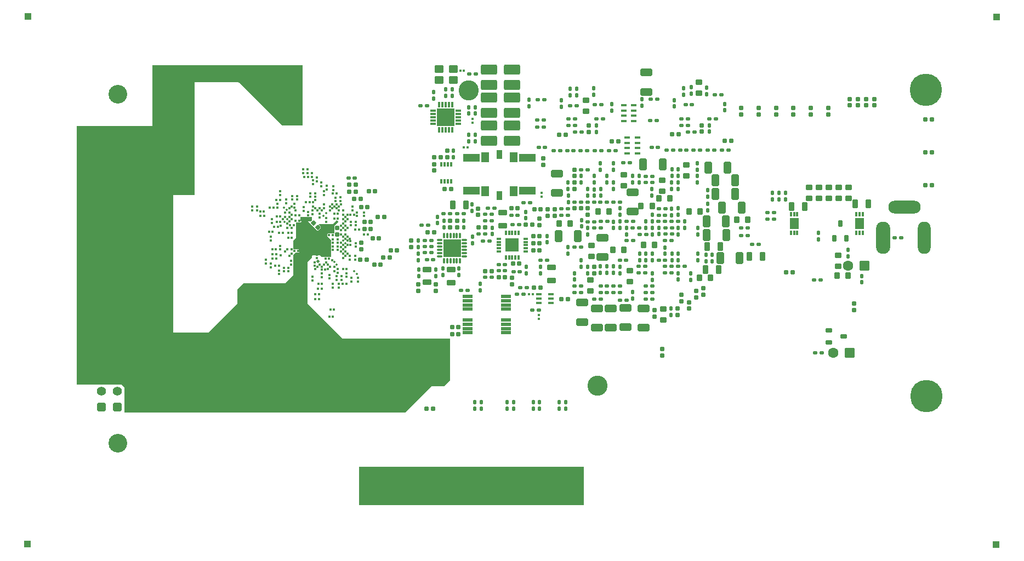
<source format=gbs>
G04 Layer_Color=16711935*
%FSLAX44Y44*%
%MOMM*%
G71*
G01*
G75*
G04:AMPARAMS|DCode=18|XSize=0.6mm|YSize=0.6mm|CornerRadius=0.06mm|HoleSize=0mm|Usage=FLASHONLY|Rotation=0.000|XOffset=0mm|YOffset=0mm|HoleType=Round|Shape=RoundedRectangle|*
%AMROUNDEDRECTD18*
21,1,0.6000,0.4800,0,0,0.0*
21,1,0.4800,0.6000,0,0,0.0*
1,1,0.1200,0.2400,-0.2400*
1,1,0.1200,-0.2400,-0.2400*
1,1,0.1200,-0.2400,0.2400*
1,1,0.1200,0.2400,0.2400*
%
%ADD18ROUNDEDRECTD18*%
G04:AMPARAMS|DCode=19|XSize=0.5mm|YSize=0.6mm|CornerRadius=0.05mm|HoleSize=0mm|Usage=FLASHONLY|Rotation=0.000|XOffset=0mm|YOffset=0mm|HoleType=Round|Shape=RoundedRectangle|*
%AMROUNDEDRECTD19*
21,1,0.5000,0.5000,0,0,0.0*
21,1,0.4000,0.6000,0,0,0.0*
1,1,0.1000,0.2000,-0.2500*
1,1,0.1000,-0.2000,-0.2500*
1,1,0.1000,-0.2000,0.2500*
1,1,0.1000,0.2000,0.2500*
%
%ADD19ROUNDEDRECTD19*%
G04:AMPARAMS|DCode=20|XSize=0.6mm|YSize=0.6mm|CornerRadius=0.06mm|HoleSize=0mm|Usage=FLASHONLY|Rotation=270.000|XOffset=0mm|YOffset=0mm|HoleType=Round|Shape=RoundedRectangle|*
%AMROUNDEDRECTD20*
21,1,0.6000,0.4800,0,0,270.0*
21,1,0.4800,0.6000,0,0,270.0*
1,1,0.1200,-0.2400,-0.2400*
1,1,0.1200,-0.2400,0.2400*
1,1,0.1200,0.2400,0.2400*
1,1,0.1200,0.2400,-0.2400*
%
%ADD20ROUNDEDRECTD20*%
%ADD23R,0.9500X0.4000*%
%ADD27C,0.4500*%
G04:AMPARAMS|DCode=29|XSize=0.5mm|YSize=0.6mm|CornerRadius=0.05mm|HoleSize=0mm|Usage=FLASHONLY|Rotation=90.000|XOffset=0mm|YOffset=0mm|HoleType=Round|Shape=RoundedRectangle|*
%AMROUNDEDRECTD29*
21,1,0.5000,0.5000,0,0,90.0*
21,1,0.4000,0.6000,0,0,90.0*
1,1,0.1000,0.2500,0.2000*
1,1,0.1000,0.2500,-0.2000*
1,1,0.1000,-0.2500,-0.2000*
1,1,0.1000,-0.2500,0.2000*
%
%ADD29ROUNDEDRECTD29*%
G04:AMPARAMS|DCode=30|XSize=1.3mm|YSize=0.8mm|CornerRadius=0.1mm|HoleSize=0mm|Usage=FLASHONLY|Rotation=90.000|XOffset=0mm|YOffset=0mm|HoleType=Round|Shape=RoundedRectangle|*
%AMROUNDEDRECTD30*
21,1,1.3000,0.6000,0,0,90.0*
21,1,1.1000,0.8000,0,0,90.0*
1,1,0.2000,0.3000,0.5500*
1,1,0.2000,0.3000,-0.5500*
1,1,0.2000,-0.3000,-0.5500*
1,1,0.2000,-0.3000,0.5500*
%
%ADD30ROUNDEDRECTD30*%
G04:AMPARAMS|DCode=37|XSize=1.8mm|YSize=1.15mm|CornerRadius=0.1437mm|HoleSize=0mm|Usage=FLASHONLY|Rotation=0.000|XOffset=0mm|YOffset=0mm|HoleType=Round|Shape=RoundedRectangle|*
%AMROUNDEDRECTD37*
21,1,1.8000,0.8625,0,0,0.0*
21,1,1.5125,1.1500,0,0,0.0*
1,1,0.2875,0.7562,-0.4313*
1,1,0.2875,-0.7562,-0.4313*
1,1,0.2875,-0.7562,0.4313*
1,1,0.2875,0.7562,0.4313*
%
%ADD37ROUNDEDRECTD37*%
G04:AMPARAMS|DCode=38|XSize=1.8mm|YSize=1.15mm|CornerRadius=0.1437mm|HoleSize=0mm|Usage=FLASHONLY|Rotation=270.000|XOffset=0mm|YOffset=0mm|HoleType=Round|Shape=RoundedRectangle|*
%AMROUNDEDRECTD38*
21,1,1.8000,0.8625,0,0,270.0*
21,1,1.5125,1.1500,0,0,270.0*
1,1,0.2875,-0.4313,-0.7562*
1,1,0.2875,-0.4313,0.7562*
1,1,0.2875,0.4313,0.7562*
1,1,0.2875,0.4313,-0.7562*
%
%ADD38ROUNDEDRECTD38*%
G04:AMPARAMS|DCode=44|XSize=1mm|YSize=0.9mm|CornerRadius=0.1125mm|HoleSize=0mm|Usage=FLASHONLY|Rotation=0.000|XOffset=0mm|YOffset=0mm|HoleType=Round|Shape=RoundedRectangle|*
%AMROUNDEDRECTD44*
21,1,1.0000,0.6750,0,0,0.0*
21,1,0.7750,0.9000,0,0,0.0*
1,1,0.2250,0.3875,-0.3375*
1,1,0.2250,-0.3875,-0.3375*
1,1,0.2250,-0.3875,0.3375*
1,1,0.2250,0.3875,0.3375*
%
%ADD44ROUNDEDRECTD44*%
G04:AMPARAMS|DCode=45|XSize=1mm|YSize=0.9mm|CornerRadius=0.1125mm|HoleSize=0mm|Usage=FLASHONLY|Rotation=270.000|XOffset=0mm|YOffset=0mm|HoleType=Round|Shape=RoundedRectangle|*
%AMROUNDEDRECTD45*
21,1,1.0000,0.6750,0,0,270.0*
21,1,0.7750,0.9000,0,0,270.0*
1,1,0.2250,-0.3375,-0.3875*
1,1,0.2250,-0.3375,0.3875*
1,1,0.2250,0.3375,0.3875*
1,1,0.2250,0.3375,-0.3875*
%
%ADD45ROUNDEDRECTD45*%
G04:AMPARAMS|DCode=46|XSize=1.3mm|YSize=0.8mm|CornerRadius=0.1mm|HoleSize=0mm|Usage=FLASHONLY|Rotation=180.000|XOffset=0mm|YOffset=0mm|HoleType=Round|Shape=RoundedRectangle|*
%AMROUNDEDRECTD46*
21,1,1.3000,0.6000,0,0,180.0*
21,1,1.1000,0.8000,0,0,180.0*
1,1,0.2000,-0.5500,0.3000*
1,1,0.2000,0.5500,0.3000*
1,1,0.2000,0.5500,-0.3000*
1,1,0.2000,-0.5500,-0.3000*
%
%ADD46ROUNDEDRECTD46*%
%ADD74R,0.9960X0.9960*%
G04:AMPARAMS|DCode=78|XSize=0.6mm|YSize=0.6mm|CornerRadius=0.06mm|HoleSize=0mm|Usage=FLASHONLY|Rotation=45.000|XOffset=0mm|YOffset=0mm|HoleType=Round|Shape=RoundedRectangle|*
%AMROUNDEDRECTD78*
21,1,0.6000,0.4800,0,0,45.0*
21,1,0.4800,0.6000,0,0,45.0*
1,1,0.1200,0.3394,0.0000*
1,1,0.1200,0.0000,-0.3394*
1,1,0.1200,-0.3394,0.0000*
1,1,0.1200,0.0000,0.3394*
%
%ADD78ROUNDEDRECTD78*%
%ADD90R,0.9960X0.9960*%
%ADD91R,0.7000X4.2000*%
%ADD92R,0.7000X3.2000*%
%ADD93C,0.5000*%
%ADD107C,3.1000*%
%ADD108C,5.0000*%
G04:AMPARAMS|DCode=110|XSize=1.524mm|YSize=1.524mm|CornerRadius=0.1905mm|HoleSize=0mm|Usage=FLASHONLY|Rotation=270.000|XOffset=0mm|YOffset=0mm|HoleType=Round|Shape=RoundedRectangle|*
%AMROUNDEDRECTD110*
21,1,1.5240,1.1430,0,0,270.0*
21,1,1.1430,1.5240,0,0,270.0*
1,1,0.3810,-0.5715,-0.5715*
1,1,0.3810,-0.5715,0.5715*
1,1,0.3810,0.5715,0.5715*
1,1,0.3810,0.5715,-0.5715*
%
%ADD110ROUNDEDRECTD110*%
%ADD111C,1.6000*%
%ADD112O,5.0000X2.0000*%
%ADD113O,2.2000X5.0000*%
%ADD114O,2.0000X5.0000*%
%ADD115C,1.4000*%
G04:AMPARAMS|DCode=116|XSize=1.4mm|YSize=1.4mm|CornerRadius=0.35mm|HoleSize=0mm|Usage=FLASHONLY|Rotation=90.000|XOffset=0mm|YOffset=0mm|HoleType=Round|Shape=RoundedRectangle|*
%AMROUNDEDRECTD116*
21,1,1.4000,0.7000,0,0,90.0*
21,1,0.7000,1.4000,0,0,90.0*
1,1,0.7000,0.3500,0.3500*
1,1,0.7000,0.3500,-0.3500*
1,1,0.7000,-0.3500,-0.3500*
1,1,0.7000,-0.3500,0.3500*
%
%ADD116ROUNDEDRECTD116*%
%ADD118C,2.8800*%
%ADD119C,0.4000*%
G04:AMPARAMS|DCode=129|XSize=0.6mm|YSize=1mm|CornerRadius=0.075mm|HoleSize=0mm|Usage=FLASHONLY|Rotation=180.000|XOffset=0mm|YOffset=0mm|HoleType=Round|Shape=RoundedRectangle|*
%AMROUNDEDRECTD129*
21,1,0.6000,0.8500,0,0,180.0*
21,1,0.4500,1.0000,0,0,180.0*
1,1,0.1500,-0.2250,0.4250*
1,1,0.1500,0.2250,0.4250*
1,1,0.1500,0.2250,-0.4250*
1,1,0.1500,-0.2250,-0.4250*
%
%ADD129ROUNDEDRECTD129*%
%ADD130R,0.3500X0.3000*%
%ADD131R,0.3000X0.3500*%
%ADD132R,2.1000X2.1000*%
%ADD134R,2.5400X1.2700*%
%ADD135R,1.2000X1.5000*%
%ADD136R,0.9000X1.4000*%
G04:AMPARAMS|DCode=137|XSize=0.3mm|YSize=0.35mm|CornerRadius=0mm|HoleSize=0mm|Usage=FLASHONLY|Rotation=315.000|XOffset=0mm|YOffset=0mm|HoleType=Round|Shape=Rectangle|*
%AMROTATEDRECTD137*
4,1,4,-0.2298,-0.0177,0.0177,0.2298,0.2298,0.0177,-0.0177,-0.2298,-0.2298,-0.0177,0.0*
%
%ADD137ROTATEDRECTD137*%

G04:AMPARAMS|DCode=138|XSize=0.3mm|YSize=0.35mm|CornerRadius=0mm|HoleSize=0mm|Usage=FLASHONLY|Rotation=45.000|XOffset=0mm|YOffset=0mm|HoleType=Round|Shape=Rectangle|*
%AMROTATEDRECTD138*
4,1,4,0.0177,-0.2298,-0.2298,0.0177,-0.0177,0.2298,0.2298,-0.0177,0.0177,-0.2298,0.0*
%
%ADD138ROTATEDRECTD138*%

G04:AMPARAMS|DCode=139|XSize=1.4mm|YSize=1.2mm|CornerRadius=0.15mm|HoleSize=0mm|Usage=FLASHONLY|Rotation=180.000|XOffset=0mm|YOffset=0mm|HoleType=Round|Shape=RoundedRectangle|*
%AMROUNDEDRECTD139*
21,1,1.4000,0.9000,0,0,180.0*
21,1,1.1000,1.2000,0,0,180.0*
1,1,0.3000,-0.5500,0.4500*
1,1,0.3000,0.5500,0.4500*
1,1,0.3000,0.5500,-0.4500*
1,1,0.3000,-0.5500,-0.4500*
%
%ADD139ROUNDEDRECTD139*%
%ADD144R,2.7000X2.7000*%
G04:AMPARAMS|DCode=147|XSize=0.6mm|YSize=1mm|CornerRadius=0.075mm|HoleSize=0mm|Usage=FLASHONLY|Rotation=90.000|XOffset=0mm|YOffset=0mm|HoleType=Round|Shape=RoundedRectangle|*
%AMROUNDEDRECTD147*
21,1,0.6000,0.8500,0,0,90.0*
21,1,0.4500,1.0000,0,0,90.0*
1,1,0.1500,0.4250,0.2250*
1,1,0.1500,0.4250,-0.2250*
1,1,0.1500,-0.4250,-0.2250*
1,1,0.1500,-0.4250,0.2250*
%
%ADD147ROUNDEDRECTD147*%
%ADD148R,0.8500X0.4000*%
G04:AMPARAMS|DCode=149|XSize=2.5mm|YSize=1.5mm|CornerRadius=0.1875mm|HoleSize=0mm|Usage=FLASHONLY|Rotation=0.000|XOffset=0mm|YOffset=0mm|HoleType=Round|Shape=RoundedRectangle|*
%AMROUNDEDRECTD149*
21,1,2.5000,1.1250,0,0,0.0*
21,1,2.1250,1.5000,0,0,0.0*
1,1,0.3750,1.0625,-0.5625*
1,1,0.3750,-1.0625,-0.5625*
1,1,0.3750,-1.0625,0.5625*
1,1,0.3750,1.0625,0.5625*
%
%ADD149ROUNDEDRECTD149*%
%ADD164R,34.8000X5.9750*%
%ADD184R,0.4000X0.8000*%
%ADD185R,1.4500X1.7500*%
%ADD186R,0.8000X0.4000*%
%ADD187O,1.0000X0.3500*%
%ADD188O,0.3500X1.0000*%
%ADD189R,1.5000X0.5500*%
%ADD190R,2.8000X2.8000*%
%ADD191R,0.9000X0.3500*%
%ADD192R,0.3500X0.9000*%
%ADD193C,0.3900*%
G36*
X360500Y584000D02*
X329250D01*
X261750Y651500D01*
X193500D01*
Y476750D01*
X161000D01*
Y264500D01*
X215250Y264500D01*
X259500Y308750D01*
X259500Y331250D01*
X268750Y340500D01*
X333000D01*
X345717Y353217D01*
Y354023D01*
X345717Y383133D01*
X345717Y383134D01*
X345722Y383182D01*
X345727Y383232D01*
X345748Y383304D01*
X345755Y383326D01*
X345802Y383413D01*
X345833Y383451D01*
X345864Y383489D01*
X345864Y383489D01*
X349864Y387489D01*
X349940Y387551D01*
X350027Y387598D01*
X350049Y387604D01*
X350121Y387626D01*
X350170Y387631D01*
X350219Y387636D01*
X350219Y387636D01*
X354511Y387636D01*
X355467Y388591D01*
Y392175D01*
X354511Y393131D01*
X346219D01*
X346121Y393141D01*
X346027Y393169D01*
X345940Y393216D01*
X345864Y393278D01*
X345801Y393354D01*
X345755Y393441D01*
X345726Y393535D01*
X345717Y393633D01*
X345717Y405383D01*
X345717Y405383D01*
X345726Y405473D01*
X345726Y405481D01*
X345755Y405576D01*
X345801Y405662D01*
X345836Y405704D01*
X345864Y405739D01*
X345864Y405739D01*
X350467Y410341D01*
X350467Y433883D01*
X350476Y433981D01*
X350505Y434076D01*
X350551Y434162D01*
X350614Y434239D01*
X350690Y434301D01*
X350777Y434348D01*
X350871Y434376D01*
X350969Y434386D01*
X357011D01*
X358614Y435989D01*
X358690Y436051D01*
X358777Y436098D01*
X358799Y436104D01*
X358871Y436126D01*
X358920Y436131D01*
X358969Y436136D01*
X358969Y436136D01*
X368969D01*
X369067Y436126D01*
X369140Y436104D01*
X369161Y436098D01*
X369248Y436051D01*
X369324Y435989D01*
X369324Y435989D01*
X375824Y429489D01*
X375825Y429488D01*
X383427Y421886D01*
X384761Y421886D01*
X388717Y425841D01*
Y427925D01*
X385614Y431028D01*
X385614Y431028D01*
X385586Y431063D01*
X385551Y431104D01*
X385505Y431191D01*
X385476Y431285D01*
X385476Y431294D01*
X385467Y431384D01*
X385471Y431432D01*
X385476Y431482D01*
X385498Y431554D01*
X385505Y431576D01*
X385551Y431663D01*
X385614Y431739D01*
X385648Y431767D01*
X385690Y431801D01*
X385777Y431848D01*
X385871Y431876D01*
X385880Y431877D01*
X385969Y431886D01*
X385969Y431886D01*
X407761D01*
X413364Y437489D01*
X413364D01*
Y437489D01*
X413440Y437551D01*
X413516Y437592D01*
X413527Y437598D01*
D01*
X413527Y437598D01*
X413621Y437626D01*
X413709Y437635D01*
X413719Y437636D01*
D01*
X413719D01*
X413817Y437626D01*
X413846Y437617D01*
X413912Y437598D01*
X413998Y437551D01*
X414075Y437489D01*
X414075Y437489D01*
X415824Y435739D01*
X415887Y435662D01*
X415908Y435622D01*
X415933Y435576D01*
X415942Y435547D01*
X415962Y435481D01*
X415971Y435383D01*
X415962Y435285D01*
X415953Y435257D01*
X415933Y435191D01*
X415912Y435151D01*
X415887Y435104D01*
X415824Y435028D01*
X415824Y435028D01*
X409222Y428425D01*
X409222Y418133D01*
X409212Y418035D01*
X409183Y417941D01*
X409137Y417854D01*
X409074Y417778D01*
X408998Y417716D01*
X408911Y417669D01*
X408817Y417641D01*
X408719Y417631D01*
X400177Y417631D01*
X398971Y416425D01*
X398971Y412841D01*
X404574Y407239D01*
X404637Y407163D01*
X404683Y407076D01*
X404690Y407054D01*
X404712Y406981D01*
X404717Y406932D01*
X404721Y406883D01*
X404721Y406883D01*
X404721Y381883D01*
X404712Y381785D01*
X404683Y381691D01*
X404637Y381604D01*
X404574Y381528D01*
X404498Y381466D01*
X404411Y381419D01*
X404317Y381391D01*
X404219Y381381D01*
X389469D01*
X389469Y381381D01*
X389420Y381386D01*
X389371Y381391D01*
X389299Y381413D01*
X389277Y381419D01*
X389190Y381466D01*
X389114Y381528D01*
X389114Y381528D01*
X387261Y383381D01*
X375427Y383381D01*
X374472Y382425D01*
X374472Y379634D01*
X374472Y379633D01*
X374463Y379544D01*
X374462Y379535D01*
X374433Y379441D01*
X374387Y379354D01*
X374353Y379313D01*
X374324Y379278D01*
X374324Y379278D01*
X368222Y373175D01*
Y309258D01*
X368212Y309160D01*
X368183Y309066D01*
X368137Y308979D01*
X368074Y308903D01*
X368014Y308854D01*
X421868Y255000D01*
X588250Y255000D01*
X588250Y190838D01*
X578662Y181250D01*
X560000Y181250D01*
X519000Y140250D01*
X85500D01*
Y179250D01*
X81250Y183500D01*
X11500Y183500D01*
X11501Y583502D01*
X128500Y583499D01*
Y677000D01*
X193500Y677000D01*
X360500D01*
X360500Y584000D01*
D02*
G37*
G36*
X374092Y442697D02*
X374186Y442669D01*
X374273Y442622D01*
X374349Y442560D01*
X374412Y442484D01*
X374458Y442397D01*
X374487Y442303D01*
X374496Y442205D01*
Y436955D01*
X374487Y436857D01*
X374458Y436763D01*
X374412Y436676D01*
X374349Y436600D01*
X374273Y436537D01*
X374186Y436491D01*
X374092Y436462D01*
X373994Y436452D01*
X357744D01*
X357646Y436462D01*
X357552Y436491D01*
X357465Y436537D01*
X357389Y436600D01*
X357326Y436676D01*
X357280Y436763D01*
X357251Y436857D01*
X357242Y436955D01*
Y442205D01*
X357251Y442303D01*
X357280Y442397D01*
X357326Y442484D01*
X357389Y442560D01*
X357465Y442622D01*
X357552Y442669D01*
X357646Y442697D01*
X357744Y442707D01*
X373994D01*
X374092Y442697D01*
D02*
G37*
D18*
X739000Y454250D02*
D03*
Y444250D02*
D03*
X939750Y301000D02*
D03*
Y291000D02*
D03*
X810500Y356000D02*
D03*
Y366000D02*
D03*
X780500Y516000D02*
D03*
Y506000D02*
D03*
Y486000D02*
D03*
Y496000D02*
D03*
X800750Y446250D02*
D03*
Y456250D02*
D03*
X916000Y238500D02*
D03*
Y228500D02*
D03*
X563750Y514500D02*
D03*
Y524500D02*
D03*
X584250Y535500D02*
D03*
Y545500D02*
D03*
X749500Y454250D02*
D03*
Y444250D02*
D03*
X726500Y440500D02*
D03*
Y430500D02*
D03*
X732500Y533500D02*
D03*
Y523500D02*
D03*
X599250Y427125D02*
D03*
Y437125D02*
D03*
X588250Y427125D02*
D03*
Y437125D02*
D03*
X413740Y415563D02*
D03*
Y425563D02*
D03*
X451000Y402750D02*
D03*
Y392750D02*
D03*
X566500Y338250D02*
D03*
X566500Y328250D02*
D03*
X539500Y338250D02*
D03*
Y328250D02*
D03*
X1212244Y299006D02*
D03*
Y309006D02*
D03*
X631645Y455821D02*
D03*
Y445821D02*
D03*
X802000Y574000D02*
D03*
Y584000D02*
D03*
X976500Y574500D02*
D03*
Y584500D02*
D03*
X904000Y289000D02*
D03*
Y299000D02*
D03*
X957250Y311000D02*
D03*
Y301000D02*
D03*
X945750Y312250D02*
D03*
Y322250D02*
D03*
X968250Y318250D02*
D03*
Y328250D02*
D03*
X979250Y333000D02*
D03*
Y323000D02*
D03*
X684250Y338500D02*
D03*
Y348500D02*
D03*
X1037700Y601250D02*
D03*
Y611250D02*
D03*
X1064699Y601250D02*
D03*
Y611250D02*
D03*
X1092000Y601250D02*
D03*
Y611250D02*
D03*
X1117950Y601250D02*
D03*
X1117950Y611250D02*
D03*
X1145000Y601250D02*
D03*
Y611250D02*
D03*
X1172000Y601250D02*
D03*
Y611250D02*
D03*
X1205301Y615250D02*
D03*
Y625250D02*
D03*
X1218001Y615250D02*
D03*
Y625250D02*
D03*
X1230701Y615250D02*
D03*
Y625250D02*
D03*
X1243401Y615250D02*
D03*
Y625250D02*
D03*
X528500Y406000D02*
D03*
Y396000D02*
D03*
D19*
X634750Y339250D02*
D03*
Y329250D02*
D03*
X840500Y516000D02*
D03*
Y526000D02*
D03*
X810500Y496250D02*
D03*
Y506250D02*
D03*
X627515Y612500D02*
D03*
X627515Y602500D02*
D03*
X617265D02*
D03*
X617265Y612500D02*
D03*
X627265Y569476D02*
D03*
X627265Y559476D02*
D03*
X617265Y559476D02*
D03*
Y569476D02*
D03*
X653000Y416250D02*
D03*
Y426250D02*
D03*
X593500Y535500D02*
D03*
Y545500D02*
D03*
X738000Y413500D02*
D03*
Y403500D02*
D03*
X706250Y355500D02*
D03*
Y365500D02*
D03*
X705000Y440750D02*
D03*
Y450750D02*
D03*
X577500Y363250D02*
D03*
Y353250D02*
D03*
X601750Y363250D02*
D03*
Y353250D02*
D03*
X609500Y427125D02*
D03*
Y437125D02*
D03*
X578750Y427000D02*
D03*
Y437000D02*
D03*
X727500Y355500D02*
D03*
Y365500D02*
D03*
X622500Y412125D02*
D03*
Y402125D02*
D03*
X591500Y640250D02*
D03*
Y630250D02*
D03*
X581500Y640000D02*
D03*
Y630000D02*
D03*
X539750Y351750D02*
D03*
Y361750D02*
D03*
X1224244Y351756D02*
D03*
Y341756D02*
D03*
X563000Y625500D02*
D03*
Y635500D02*
D03*
X774000Y641000D02*
D03*
Y631000D02*
D03*
X784000Y641000D02*
D03*
Y631000D02*
D03*
X810000Y642000D02*
D03*
Y632000D02*
D03*
X814000Y584000D02*
D03*
Y574000D02*
D03*
X838000Y607000D02*
D03*
Y617000D02*
D03*
X760000Y613000D02*
D03*
Y623000D02*
D03*
X710000Y614000D02*
D03*
Y624000D02*
D03*
X988500Y584500D02*
D03*
Y574500D02*
D03*
X884500Y614500D02*
D03*
Y624500D02*
D03*
X934500Y613500D02*
D03*
Y623500D02*
D03*
X960500Y643500D02*
D03*
Y633500D02*
D03*
X948500Y641500D02*
D03*
Y631500D02*
D03*
X984500Y642500D02*
D03*
Y632500D02*
D03*
X1012500Y607500D02*
D03*
Y617500D02*
D03*
X900500Y355750D02*
D03*
Y345750D02*
D03*
X890250Y386250D02*
D03*
Y376250D02*
D03*
X880740Y386250D02*
D03*
Y376250D02*
D03*
X850750Y456250D02*
D03*
Y446250D02*
D03*
X900500Y386250D02*
D03*
Y376250D02*
D03*
X840750Y496000D02*
D03*
Y486000D02*
D03*
X890250Y436000D02*
D03*
Y426000D02*
D03*
X910500Y416250D02*
D03*
Y426250D02*
D03*
X880500Y496000D02*
D03*
Y506000D02*
D03*
X870500Y496000D02*
D03*
Y506000D02*
D03*
X770250Y396000D02*
D03*
Y386000D02*
D03*
X900500Y416000D02*
D03*
Y426000D02*
D03*
X791000Y438000D02*
D03*
Y428000D02*
D03*
X960250Y355750D02*
D03*
Y345750D02*
D03*
X820500Y516000D02*
D03*
Y526000D02*
D03*
X930500Y486000D02*
D03*
Y496000D02*
D03*
X820500Y356250D02*
D03*
Y366250D02*
D03*
X850750Y366000D02*
D03*
Y356000D02*
D03*
X929250Y301000D02*
D03*
Y291000D02*
D03*
X900000Y476000D02*
D03*
Y486000D02*
D03*
X940500Y346000D02*
D03*
Y356000D02*
D03*
Y495750D02*
D03*
Y485750D02*
D03*
X780500Y346000D02*
D03*
Y356000D02*
D03*
X983500Y374000D02*
D03*
Y384000D02*
D03*
X930750Y516250D02*
D03*
Y506250D02*
D03*
X790750Y496000D02*
D03*
Y506000D02*
D03*
X970250Y525750D02*
D03*
Y515750D02*
D03*
X970000Y506000D02*
D03*
Y496000D02*
D03*
X985750Y453000D02*
D03*
Y463000D02*
D03*
Y484500D02*
D03*
Y474500D02*
D03*
X800500Y356000D02*
D03*
Y366000D02*
D03*
X971000Y376000D02*
D03*
Y386000D02*
D03*
X830500Y506000D02*
D03*
Y496000D02*
D03*
X950500Y426000D02*
D03*
Y436000D02*
D03*
X860750Y425750D02*
D03*
Y415750D02*
D03*
X801000Y476000D02*
D03*
Y486000D02*
D03*
X940000Y446000D02*
D03*
Y456000D02*
D03*
X940750Y386250D02*
D03*
Y376250D02*
D03*
X820750Y476000D02*
D03*
Y486000D02*
D03*
X920500Y395750D02*
D03*
Y385750D02*
D03*
X930500Y445500D02*
D03*
Y455500D02*
D03*
X930750Y386250D02*
D03*
Y376250D02*
D03*
X850750Y425750D02*
D03*
Y435750D02*
D03*
X840750Y366500D02*
D03*
Y356500D02*
D03*
X840500Y425500D02*
D03*
Y435500D02*
D03*
X800750Y425750D02*
D03*
Y415750D02*
D03*
X970750D02*
D03*
Y425750D02*
D03*
X770000Y486000D02*
D03*
Y496000D02*
D03*
X810500Y485500D02*
D03*
Y475500D02*
D03*
X771000Y466000D02*
D03*
Y476000D02*
D03*
X830500Y356250D02*
D03*
Y366250D02*
D03*
X790500Y366000D02*
D03*
Y376000D02*
D03*
X870500Y326500D02*
D03*
Y316500D02*
D03*
X900500Y446000D02*
D03*
Y436000D02*
D03*
X940500Y516250D02*
D03*
Y506250D02*
D03*
X940750Y425750D02*
D03*
Y415750D02*
D03*
X993250Y374000D02*
D03*
Y384000D02*
D03*
X1086000Y479750D02*
D03*
Y469750D02*
D03*
X1096000D02*
D03*
Y479750D02*
D03*
X1106000Y479750D02*
D03*
Y469750D02*
D03*
X636500Y146500D02*
D03*
Y156500D02*
D03*
X626500Y146500D02*
D03*
Y156500D02*
D03*
X676500Y146500D02*
D03*
Y156500D02*
D03*
X686500Y146500D02*
D03*
Y156500D02*
D03*
X716500Y146500D02*
D03*
Y156500D02*
D03*
X726500Y146500D02*
D03*
Y156500D02*
D03*
X766500Y146500D02*
D03*
Y156500D02*
D03*
X756500Y146500D02*
D03*
Y156500D02*
D03*
X1203000Y382250D02*
D03*
Y392250D02*
D03*
X1157250Y418000D02*
D03*
Y408000D02*
D03*
X566250Y361750D02*
D03*
Y351750D02*
D03*
X568750Y443125D02*
D03*
Y433125D02*
D03*
X539000Y396250D02*
D03*
Y406250D02*
D03*
X538750Y386000D02*
D03*
Y376000D02*
D03*
X622250Y452250D02*
D03*
Y462250D02*
D03*
D20*
X601250Y262000D02*
D03*
X591250D02*
D03*
X601250Y272250D02*
D03*
X591250D02*
D03*
X1332500Y491643D02*
D03*
X1322500D02*
D03*
X760500Y316000D02*
D03*
X770500D02*
D03*
X790500Y456000D02*
D03*
X780500D02*
D03*
X442250Y481750D02*
D03*
X432250D02*
D03*
X472500Y482250D02*
D03*
X462500D02*
D03*
X716500Y413500D02*
D03*
X726500D02*
D03*
X716500Y402500D02*
D03*
X726500D02*
D03*
X716500Y391500D02*
D03*
X726500D02*
D03*
X632500Y426750D02*
D03*
X642500D02*
D03*
X579750Y485750D02*
D03*
X589750D02*
D03*
X663250Y349750D02*
D03*
X673250D02*
D03*
X652750Y359250D02*
D03*
X642750D02*
D03*
X695250Y371000D02*
D03*
X685250D02*
D03*
X705000Y431000D02*
D03*
X715000D02*
D03*
X718250Y454250D02*
D03*
X728250D02*
D03*
X692750Y456250D02*
D03*
X682750D02*
D03*
X573750Y535500D02*
D03*
X563750D02*
D03*
X455740Y424063D02*
D03*
X465740D02*
D03*
X449740Y377063D02*
D03*
X459740D02*
D03*
X1107500Y357500D02*
D03*
X1117500Y357500D02*
D03*
X494750Y380000D02*
D03*
X484750D02*
D03*
X478500Y409500D02*
D03*
X468500D02*
D03*
X442250Y492750D02*
D03*
X432250D02*
D03*
X450250Y470750D02*
D03*
X440250D02*
D03*
X450750Y458000D02*
D03*
X460750D02*
D03*
X455750Y435000D02*
D03*
X465750D02*
D03*
X476750Y442500D02*
D03*
X486750D02*
D03*
X471000Y369000D02*
D03*
X481000D02*
D03*
X496500Y391000D02*
D03*
X506500D02*
D03*
X838000Y560000D02*
D03*
X848000D02*
D03*
X757000Y570000D02*
D03*
X767000D02*
D03*
X1012500Y560500D02*
D03*
X1022500D02*
D03*
X931500Y570500D02*
D03*
X941500D02*
D03*
X727610Y333600D02*
D03*
X717610D02*
D03*
X552000Y146500D02*
D03*
X562000D02*
D03*
X1322500Y542500D02*
D03*
X1332500Y542500D02*
D03*
X1322500Y593357D02*
D03*
X1332500D02*
D03*
X553500Y419500D02*
D03*
X563500D02*
D03*
D23*
X856250Y591250D02*
D03*
Y599250D02*
D03*
X856250Y607250D02*
D03*
Y615250D02*
D03*
X872250Y591250D02*
D03*
X872250Y599250D02*
D03*
Y607250D02*
D03*
Y615250D02*
D03*
X862000Y541250D02*
D03*
X862000Y549250D02*
D03*
Y557250D02*
D03*
Y565250D02*
D03*
X878000Y541250D02*
D03*
Y549250D02*
D03*
Y557250D02*
D03*
X878000Y565250D02*
D03*
D27*
X426440Y396007D02*
D03*
X376500Y459250D02*
D03*
X379820Y455947D02*
D03*
X343190Y439297D02*
D03*
X339860Y455947D02*
D03*
X363490Y372377D02*
D03*
X336530Y432637D02*
D03*
X339860Y449287D02*
D03*
Y442627D02*
D03*
X329870Y439297D02*
D03*
X343190Y425977D02*
D03*
X336530Y425977D02*
D03*
X333200Y442627D02*
D03*
X333200Y449287D02*
D03*
X326540Y429307D02*
D03*
X339860Y435967D02*
D03*
X343190Y445957D02*
D03*
X349850Y452617D02*
D03*
X339860Y382687D02*
D03*
X343190Y386017D02*
D03*
Y392677D02*
D03*
X429770Y439297D02*
D03*
X429770Y445957D02*
D03*
X419780Y415987D02*
D03*
X426440Y415987D02*
D03*
Y422647D02*
D03*
X416450Y452617D02*
D03*
X416450Y459277D02*
D03*
X423110Y452617D02*
D03*
X423110Y432637D02*
D03*
X426440Y435967D02*
D03*
X419740Y429313D02*
D03*
X413120Y462607D02*
D03*
X406460Y462607D02*
D03*
X419780Y462607D02*
D03*
X423110Y392677D02*
D03*
X426440Y442627D02*
D03*
X429770Y425977D02*
D03*
X426440Y429307D02*
D03*
X423110Y386017D02*
D03*
X419780Y389347D02*
D03*
X426440Y389347D02*
D03*
X419780Y396007D02*
D03*
X423110Y379357D02*
D03*
X399800Y362707D02*
D03*
X393140Y369367D02*
D03*
X343190Y459277D02*
D03*
X393140Y455947D02*
D03*
X383150Y452617D02*
D03*
X413120Y455947D02*
D03*
X406460D02*
D03*
X409790Y459277D02*
D03*
X423110Y425977D02*
D03*
X419780Y422647D02*
D03*
X423110Y412657D02*
D03*
X429770Y412657D02*
D03*
X403130Y452617D02*
D03*
X406460Y376027D02*
D03*
X409790Y359377D02*
D03*
X336530Y392677D02*
D03*
X386480Y369367D02*
D03*
X393140Y462607D02*
D03*
X389810Y452617D02*
D03*
X386480Y455947D02*
D03*
X423110Y445957D02*
D03*
X326740Y383813D02*
D03*
X333200Y389347D02*
D03*
X389810Y366037D02*
D03*
X383150Y366037D02*
D03*
X379820Y362707D02*
D03*
X399800Y369367D02*
D03*
X429770Y386017D02*
D03*
X423110Y439297D02*
D03*
X403130Y459277D02*
D03*
X426440Y382687D02*
D03*
X396470Y372697D02*
D03*
X409790Y366037D02*
D03*
X403130D02*
D03*
X433100Y409327D02*
D03*
X379820Y469267D02*
D03*
X376490Y465937D02*
D03*
D29*
X656500Y456750D02*
D03*
X646500D02*
D03*
X907500Y591750D02*
D03*
X897500D02*
D03*
X732750Y582000D02*
D03*
X722750D02*
D03*
X732750Y592250D02*
D03*
X722750D02*
D03*
X770250Y455750D02*
D03*
X760250D02*
D03*
X850500Y465750D02*
D03*
X840500D02*
D03*
X770250Y445750D02*
D03*
X760250D02*
D03*
X865750Y526750D02*
D03*
X855750D02*
D03*
X618226Y663985D02*
D03*
X628226D02*
D03*
X649250Y405750D02*
D03*
X639250D02*
D03*
X642500Y436750D02*
D03*
X652500D02*
D03*
X642500Y446750D02*
D03*
X652500D02*
D03*
X642500Y416250D02*
D03*
X632500D02*
D03*
X738000Y375750D02*
D03*
X728000D02*
D03*
X652500Y349500D02*
D03*
X642500D02*
D03*
X673250Y359500D02*
D03*
X663250D02*
D03*
X696000Y358500D02*
D03*
X686000D02*
D03*
X673250Y369500D02*
D03*
X663250D02*
D03*
X684500Y431000D02*
D03*
X694500D02*
D03*
X692750Y445750D02*
D03*
X682750D02*
D03*
X599250Y447500D02*
D03*
X609250D02*
D03*
X554500Y430000D02*
D03*
X544500D02*
D03*
X1160250Y345500D02*
D03*
X1150250D02*
D03*
X431248Y503243D02*
D03*
X441248Y503243D02*
D03*
X605500Y329000D02*
D03*
X615500D02*
D03*
X552500Y615000D02*
D03*
X542500Y615000D02*
D03*
X588250Y447500D02*
D03*
X578250D02*
D03*
X844000Y545500D02*
D03*
X834000D02*
D03*
X822000Y545500D02*
D03*
X812000D02*
D03*
X790000Y545500D02*
D03*
X800000D02*
D03*
X769000Y545500D02*
D03*
X779000D02*
D03*
X748000D02*
D03*
X758000D02*
D03*
X725000Y550000D02*
D03*
X735000D02*
D03*
X781000Y574000D02*
D03*
X791000D02*
D03*
X824250Y594250D02*
D03*
X814250D02*
D03*
X812000Y616000D02*
D03*
X822000D02*
D03*
X771000Y594000D02*
D03*
X781000D02*
D03*
Y584000D02*
D03*
X771000D02*
D03*
X734000Y624000D02*
D03*
X724000D02*
D03*
X899500Y550500D02*
D03*
X909500D02*
D03*
X953500Y546000D02*
D03*
X943500D02*
D03*
X932500D02*
D03*
X922500D02*
D03*
X964500Y546000D02*
D03*
X974500D02*
D03*
X996500Y546000D02*
D03*
X986500D02*
D03*
X1018500Y546000D02*
D03*
X1008500D02*
D03*
X965500Y574000D02*
D03*
X955500D02*
D03*
X998750Y594750D02*
D03*
X988750D02*
D03*
X945500Y584000D02*
D03*
X955500D02*
D03*
X945500Y594000D02*
D03*
X955500D02*
D03*
X908500Y624500D02*
D03*
X898500D02*
D03*
X962000Y616000D02*
D03*
X952000D02*
D03*
X1007500Y631500D02*
D03*
X997500D02*
D03*
X725110Y298850D02*
D03*
X715110D02*
D03*
X706610Y333600D02*
D03*
X696610D02*
D03*
X701610Y323600D02*
D03*
X691610D02*
D03*
X889750Y366250D02*
D03*
X879750D02*
D03*
X920500Y376250D02*
D03*
X910500D02*
D03*
X821000Y436000D02*
D03*
X831000D02*
D03*
X920250Y356250D02*
D03*
X930250D02*
D03*
X800500Y435500D02*
D03*
X810500D02*
D03*
X930250Y435750D02*
D03*
X940250D02*
D03*
X820500Y466000D02*
D03*
X830500D02*
D03*
X920250Y436000D02*
D03*
X910250D02*
D03*
X890750Y505750D02*
D03*
X900750D02*
D03*
X790500Y466000D02*
D03*
X780500D02*
D03*
X920500Y406000D02*
D03*
X930500D02*
D03*
X820750Y326250D02*
D03*
X830750D02*
D03*
X910750Y455750D02*
D03*
X920750D02*
D03*
X870750Y406000D02*
D03*
X860750D02*
D03*
X810500Y466000D02*
D03*
X800500D02*
D03*
X880500Y426250D02*
D03*
X870500D02*
D03*
X850750Y326000D02*
D03*
X840750D02*
D03*
X810750Y425750D02*
D03*
X820750D02*
D03*
X890500Y496000D02*
D03*
X900500D02*
D03*
X850750Y336000D02*
D03*
X840750D02*
D03*
X810750Y316000D02*
D03*
X820750D02*
D03*
X890750Y336000D02*
D03*
X900750D02*
D03*
X830750Y336250D02*
D03*
X820750D02*
D03*
X890750Y326250D02*
D03*
X900750D02*
D03*
X790500D02*
D03*
X780500D02*
D03*
X890750Y315750D02*
D03*
X900750D02*
D03*
X780500Y336000D02*
D03*
X790500D02*
D03*
X860500Y314500D02*
D03*
X850500D02*
D03*
X860250Y376000D02*
D03*
X850250D02*
D03*
X780500Y396000D02*
D03*
X790500D02*
D03*
X920500Y445750D02*
D03*
X910500D02*
D03*
X931000Y416500D02*
D03*
X921000D02*
D03*
X920750Y425750D02*
D03*
X930750D02*
D03*
X891250Y415750D02*
D03*
X881250D02*
D03*
X871250Y436250D02*
D03*
X861250D02*
D03*
X940250Y366250D02*
D03*
X950250D02*
D03*
X800750Y515750D02*
D03*
X790750D02*
D03*
X930250Y366250D02*
D03*
X920250D02*
D03*
X879750Y356250D02*
D03*
X889750D02*
D03*
X1055000Y400250D02*
D03*
X1065000D02*
D03*
X1047975Y414395D02*
D03*
X1037975D02*
D03*
X1047975Y425865D02*
D03*
X1037975D02*
D03*
X1078750Y449250D02*
D03*
X1088750D02*
D03*
X1078750Y439250D02*
D03*
X1088750D02*
D03*
X784000Y615000D02*
D03*
X774000D02*
D03*
X1275000Y410250D02*
D03*
X1285000D02*
D03*
X1162500Y232500D02*
D03*
X1152500Y232500D02*
D03*
X701750Y464750D02*
D03*
X711750D02*
D03*
X562250Y376750D02*
D03*
X552250D02*
D03*
X549500Y406750D02*
D03*
X559500D02*
D03*
X549500Y397500D02*
D03*
X559500D02*
D03*
Y388000D02*
D03*
X549500D02*
D03*
D30*
X1050750Y382250D02*
D03*
X1070750D02*
D03*
X1003000Y361750D02*
D03*
X983000D02*
D03*
X985500Y396750D02*
D03*
X1005500D02*
D03*
X592750Y461250D02*
D03*
X612750D02*
D03*
X1234250Y463250D02*
D03*
X1214250D02*
D03*
X1116000Y459000D02*
D03*
X1136000D02*
D03*
D37*
X891250Y666250D02*
D03*
Y636250D02*
D03*
X870000Y481000D02*
D03*
Y451000D02*
D03*
X823500Y411000D02*
D03*
Y381000D02*
D03*
X887250Y301750D02*
D03*
Y271750D02*
D03*
X859000Y302250D02*
D03*
Y272250D02*
D03*
X836000Y301500D02*
D03*
Y271500D02*
D03*
X814750Y301500D02*
D03*
Y271500D02*
D03*
X792250Y310500D02*
D03*
Y280500D02*
D03*
X753500Y479750D02*
D03*
Y509750D02*
D03*
D38*
X785500Y413250D02*
D03*
X755500D02*
D03*
X1035250Y379000D02*
D03*
X1005250D02*
D03*
X984750Y414750D02*
D03*
X1014750D02*
D03*
X984250Y435750D02*
D03*
X1014250D02*
D03*
X1008250Y457250D02*
D03*
X1038250D02*
D03*
X998250Y478500D02*
D03*
X1028250D02*
D03*
X998250Y499750D02*
D03*
X1028250D02*
D03*
X987000Y519250D02*
D03*
X1017000D02*
D03*
X886500Y524500D02*
D03*
X916500D02*
D03*
D44*
X798250Y623500D02*
D03*
Y606500D02*
D03*
X972500Y634000D02*
D03*
Y651000D02*
D03*
X804750Y328250D02*
D03*
Y345250D02*
D03*
X806250Y381750D02*
D03*
X806250Y398750D02*
D03*
X865500Y342500D02*
D03*
Y359500D02*
D03*
X856750Y491000D02*
D03*
Y508000D02*
D03*
X915500Y499500D02*
D03*
Y482500D02*
D03*
X953500Y506000D02*
D03*
Y523000D02*
D03*
X917250Y300250D02*
D03*
Y283250D02*
D03*
X1187250Y383250D02*
D03*
Y366250D02*
D03*
X1142600Y488640D02*
D03*
Y471640D02*
D03*
X1157800Y488640D02*
D03*
Y471640D02*
D03*
X1173000Y488640D02*
D03*
Y471640D02*
D03*
X1188200Y488640D02*
D03*
Y471640D02*
D03*
X1203400Y488640D02*
D03*
Y471640D02*
D03*
D45*
X1186300Y351800D02*
D03*
X1203300D02*
D03*
X957000Y451000D02*
D03*
X974000D02*
D03*
X900250Y460000D02*
D03*
X883250D02*
D03*
X856500Y391750D02*
D03*
X839500D02*
D03*
X904000Y399500D02*
D03*
X887000D02*
D03*
X774000Y432500D02*
D03*
X757000D02*
D03*
X911000Y471750D02*
D03*
X928000D02*
D03*
X817000Y451000D02*
D03*
X834000D02*
D03*
X990500Y349000D02*
D03*
X973500D02*
D03*
X1031000Y439000D02*
D03*
X1048000D02*
D03*
D46*
X669500Y449500D02*
D03*
Y429500D02*
D03*
X589500Y361500D02*
D03*
Y341500D02*
D03*
X553000Y341750D02*
D03*
Y361750D02*
D03*
X745000Y365000D02*
D03*
Y345000D02*
D03*
D74*
X1431500Y-63260D02*
D03*
X-63500Y752760D02*
D03*
D78*
X376964Y433536D02*
D03*
X384036Y426465D02*
D03*
D90*
X1432260Y752000D02*
D03*
X-64260Y-62500D02*
D03*
D91*
X756500Y35000D02*
D03*
X766500D02*
D03*
X706500D02*
D03*
X686500D02*
D03*
X656500D02*
D03*
X786500D02*
D03*
X726500D02*
D03*
X736500D02*
D03*
X776500D02*
D03*
X746500D02*
D03*
X676500D02*
D03*
X696500D02*
D03*
X666500D02*
D03*
X716500D02*
D03*
X636500D02*
D03*
X536500D02*
D03*
X626500D02*
D03*
X596500D02*
D03*
X466500D02*
D03*
X486500D02*
D03*
X556500D02*
D03*
X526500D02*
D03*
X586500D02*
D03*
X616500D02*
D03*
X506500D02*
D03*
X516500D02*
D03*
X546500D02*
D03*
X476500D02*
D03*
X496500D02*
D03*
X606500D02*
D03*
X646500D02*
D03*
D92*
X456500Y40000D02*
D03*
D93*
X383990Y374063D02*
D03*
D107*
X816250Y182000D02*
D03*
X617000Y638500D02*
D03*
D108*
X55000Y555000D02*
D03*
Y240000D02*
D03*
X1324000Y166000D02*
D03*
X1323500Y639000D02*
D03*
D110*
X1228700Y367500D02*
D03*
X1205200Y232750D02*
D03*
D111*
X1203300Y367500D02*
D03*
X1179800Y232750D02*
D03*
D112*
X1290250Y458250D02*
D03*
D113*
X1257250Y410250D02*
D03*
D114*
X1320250D02*
D03*
D115*
X74500Y173750D02*
D03*
X49500D02*
D03*
D116*
X74500Y148750D02*
D03*
X49500D02*
D03*
D118*
X75000Y632500D02*
D03*
Y93500D02*
D03*
D119*
X35000Y315000D02*
D03*
Y275000D02*
D03*
X25000Y265000D02*
D03*
X35000Y295000D02*
D03*
X25000Y305000D02*
D03*
Y285000D02*
D03*
Y325000D02*
D03*
X15000Y295000D02*
D03*
Y275000D02*
D03*
Y315000D02*
D03*
X45000Y325000D02*
D03*
Y285000D02*
D03*
Y305000D02*
D03*
X55000Y295000D02*
D03*
X45000Y265000D02*
D03*
X55000Y275000D02*
D03*
Y315000D02*
D03*
X65000Y325000D02*
D03*
Y285000D02*
D03*
Y305000D02*
D03*
X75000Y295000D02*
D03*
X65000Y265000D02*
D03*
X75000Y275000D02*
D03*
Y315000D02*
D03*
Y375000D02*
D03*
Y335000D02*
D03*
Y355000D02*
D03*
X65000Y365000D02*
D03*
Y345000D02*
D03*
Y385000D02*
D03*
X55000Y375000D02*
D03*
Y335000D02*
D03*
Y355000D02*
D03*
X45000Y365000D02*
D03*
Y345000D02*
D03*
Y385000D02*
D03*
X15000Y375000D02*
D03*
Y335000D02*
D03*
Y355000D02*
D03*
X25000Y385000D02*
D03*
Y345000D02*
D03*
Y365000D02*
D03*
X35000Y355000D02*
D03*
Y335000D02*
D03*
Y375000D02*
D03*
X75000Y435000D02*
D03*
Y395000D02*
D03*
Y415000D02*
D03*
X65000Y425000D02*
D03*
Y405000D02*
D03*
Y445000D02*
D03*
X55000Y435000D02*
D03*
Y395000D02*
D03*
Y415000D02*
D03*
X45000Y425000D02*
D03*
Y405000D02*
D03*
Y445000D02*
D03*
X15000Y435000D02*
D03*
Y395000D02*
D03*
Y415000D02*
D03*
X25000Y445000D02*
D03*
Y405000D02*
D03*
Y425000D02*
D03*
X35000Y415000D02*
D03*
Y395000D02*
D03*
Y435000D02*
D03*
X75000Y495000D02*
D03*
Y455000D02*
D03*
Y475000D02*
D03*
X65000Y485000D02*
D03*
Y465000D02*
D03*
Y505000D02*
D03*
X55000Y495000D02*
D03*
Y455000D02*
D03*
Y475000D02*
D03*
X45000Y485000D02*
D03*
Y465000D02*
D03*
Y505000D02*
D03*
X15000Y495000D02*
D03*
Y455000D02*
D03*
Y475000D02*
D03*
X25000Y505000D02*
D03*
Y465000D02*
D03*
Y485000D02*
D03*
X35000Y475000D02*
D03*
Y455000D02*
D03*
Y495000D02*
D03*
Y515000D02*
D03*
X25000Y525000D02*
D03*
X15000Y515000D02*
D03*
X45000Y525000D02*
D03*
X55000Y515000D02*
D03*
X65000Y525000D02*
D03*
X75000Y515000D02*
D03*
X15000Y255000D02*
D03*
Y215000D02*
D03*
Y235000D02*
D03*
X25000Y225000D02*
D03*
Y245000D02*
D03*
Y205000D02*
D03*
X15000Y195000D02*
D03*
X35000Y215000D02*
D03*
X85000Y265000D02*
D03*
X85000Y285000D02*
D03*
X85000Y385000D02*
D03*
Y365000D02*
D03*
Y345000D02*
D03*
Y305000D02*
D03*
Y325000D02*
D03*
X85000Y485000D02*
D03*
Y465000D02*
D03*
Y445000D02*
D03*
Y405000D02*
D03*
Y425000D02*
D03*
X85000Y565000D02*
D03*
Y545000D02*
D03*
Y505000D02*
D03*
Y525000D02*
D03*
X15000Y575000D02*
D03*
X25000Y565000D02*
D03*
Y545000D02*
D03*
X15000Y535000D02*
D03*
Y555000D02*
D03*
X85000Y245000D02*
D03*
X85000Y225000D02*
D03*
X85000Y205000D02*
D03*
X75000Y215000D02*
D03*
X35000Y195000D02*
D03*
D129*
X1191250Y432750D02*
D03*
X1181750Y409750D02*
D03*
X1200750D02*
D03*
D130*
X622515Y594026D02*
D03*
Y588426D02*
D03*
X406990Y397363D02*
D03*
Y391763D02*
D03*
X414500Y397363D02*
D03*
Y391763D02*
D03*
X442290Y396963D02*
D03*
Y402563D02*
D03*
X434490Y399763D02*
D03*
Y405363D02*
D03*
X414500Y408267D02*
D03*
Y402667D02*
D03*
X406990Y408363D02*
D03*
Y402763D02*
D03*
X442500Y435350D02*
D03*
Y429750D02*
D03*
X435240Y435437D02*
D03*
Y429837D02*
D03*
X444490Y449863D02*
D03*
Y444263D02*
D03*
X437500Y452900D02*
D03*
Y458500D02*
D03*
X419240Y467513D02*
D03*
Y473113D02*
D03*
X411240Y472863D02*
D03*
Y467263D02*
D03*
X407690Y489813D02*
D03*
Y484213D02*
D03*
X397937Y490790D02*
D03*
Y485190D02*
D03*
X388820Y496030D02*
D03*
Y490430D02*
D03*
X376250Y499350D02*
D03*
Y493750D02*
D03*
X455000Y449850D02*
D03*
Y444250D02*
D03*
X441750Y382663D02*
D03*
Y377063D02*
D03*
X433250Y382663D02*
D03*
Y377063D02*
D03*
X378990Y372663D02*
D03*
Y367063D02*
D03*
X382500Y384600D02*
D03*
Y379000D02*
D03*
X389940Y349963D02*
D03*
Y355563D02*
D03*
X401990Y347763D02*
D03*
Y353363D02*
D03*
X412740Y345763D02*
D03*
Y351363D02*
D03*
X414990Y356763D02*
D03*
Y362363D02*
D03*
X420490Y345763D02*
D03*
Y351363D02*
D03*
X428000Y350400D02*
D03*
Y356000D02*
D03*
X435740Y348613D02*
D03*
Y343013D02*
D03*
X445750Y343150D02*
D03*
Y348750D02*
D03*
X416240Y339313D02*
D03*
Y333713D02*
D03*
X407240Y333963D02*
D03*
Y339563D02*
D03*
X375490Y345013D02*
D03*
Y350613D02*
D03*
X367813Y516310D02*
D03*
Y510710D02*
D03*
X344240Y475113D02*
D03*
Y469513D02*
D03*
X352000Y475113D02*
D03*
Y469513D02*
D03*
X334760Y463887D02*
D03*
Y469487D02*
D03*
X379740Y479613D02*
D03*
Y474013D02*
D03*
X371990Y479613D02*
D03*
Y474013D02*
D03*
X347990Y463113D02*
D03*
Y457513D02*
D03*
X325540Y482663D02*
D03*
Y477063D02*
D03*
X396740Y441063D02*
D03*
Y435463D02*
D03*
X386480Y442213D02*
D03*
Y447813D02*
D03*
X375313Y446960D02*
D03*
Y452560D02*
D03*
X368813Y450790D02*
D03*
Y445190D02*
D03*
X361990Y452335D02*
D03*
Y457934D02*
D03*
X321290Y462863D02*
D03*
Y457263D02*
D03*
X290536Y458704D02*
D03*
Y453104D02*
D03*
X282313Y458560D02*
D03*
Y452960D02*
D03*
X313250Y433900D02*
D03*
Y439500D02*
D03*
X311690Y412063D02*
D03*
Y406463D02*
D03*
X325750Y398277D02*
D03*
Y392677D02*
D03*
X303990Y371013D02*
D03*
Y376613D02*
D03*
X311500Y365200D02*
D03*
Y370800D02*
D03*
X338390Y358613D02*
D03*
Y364213D02*
D03*
X342740Y369213D02*
D03*
Y374813D02*
D03*
X331340Y364213D02*
D03*
Y358613D02*
D03*
X323790Y360250D02*
D03*
Y354650D02*
D03*
X393240Y482613D02*
D03*
Y477013D02*
D03*
X729500Y474450D02*
D03*
Y480050D02*
D03*
X361633Y510496D02*
D03*
Y516096D02*
D03*
X382750Y498200D02*
D03*
Y503800D02*
D03*
X374860Y504904D02*
D03*
Y510504D02*
D03*
X725250Y285410D02*
D03*
X725250Y291010D02*
D03*
D131*
X609776Y668985D02*
D03*
X604176D02*
D03*
X615026Y549985D02*
D03*
X609426Y549985D02*
D03*
X401190Y414813D02*
D03*
X406790D02*
D03*
X447540Y423563D02*
D03*
X441940D02*
D03*
X409190Y440313D02*
D03*
X414790D02*
D03*
Y448063D02*
D03*
X409190D02*
D03*
X439850Y446363D02*
D03*
X434250D02*
D03*
X413040Y479313D02*
D03*
X407440D02*
D03*
X461140Y416013D02*
D03*
X455540D02*
D03*
X395824Y378313D02*
D03*
X401424D02*
D03*
X395350Y361750D02*
D03*
X389750D02*
D03*
X428340Y362363D02*
D03*
X422740D02*
D03*
X428090Y339313D02*
D03*
X422490D02*
D03*
X384750Y339500D02*
D03*
X390350D02*
D03*
X390040Y331563D02*
D03*
X384440D02*
D03*
X385840Y323750D02*
D03*
X380240D02*
D03*
X385920Y315933D02*
D03*
X380320D02*
D03*
X401750Y288500D02*
D03*
X407350D02*
D03*
X319902Y469461D02*
D03*
X325502D02*
D03*
X365690Y465813D02*
D03*
X371290D02*
D03*
X355100Y445563D02*
D03*
X349500D02*
D03*
X355040Y436813D02*
D03*
X349440D02*
D03*
X309640Y457263D02*
D03*
X315240D02*
D03*
X300750Y451500D02*
D03*
X295150D02*
D03*
X320440Y443813D02*
D03*
X326040D02*
D03*
X346787Y430490D02*
D03*
X341187D02*
D03*
X295190Y444313D02*
D03*
X300790D02*
D03*
X320440Y435063D02*
D03*
X326040D02*
D03*
X322310Y427687D02*
D03*
X316710D02*
D03*
X308690Y419563D02*
D03*
X314290D02*
D03*
X329560Y417937D02*
D03*
X323960D02*
D03*
X343750Y410500D02*
D03*
X338150D02*
D03*
X353540Y390313D02*
D03*
X347940D02*
D03*
X313476Y392677D02*
D03*
X319076D02*
D03*
X314190Y385063D02*
D03*
X319790D02*
D03*
X313940Y378563D02*
D03*
X319540D02*
D03*
X318190Y367063D02*
D03*
X323790D02*
D03*
X368846Y504864D02*
D03*
X363246D02*
D03*
X343800Y418000D02*
D03*
X338200D02*
D03*
X409050Y299750D02*
D03*
X403450D02*
D03*
X715760Y323250D02*
D03*
X710160D02*
D03*
D132*
X684250Y399250D02*
D03*
D134*
X707250Y483250D02*
D03*
X621250D02*
D03*
Y534250D02*
D03*
X707250D02*
D03*
D135*
X642250Y483000D02*
D03*
Y535000D02*
D03*
X686250D02*
D03*
Y483000D02*
D03*
X642250D02*
D03*
Y535000D02*
D03*
X686250D02*
D03*
Y483000D02*
D03*
D136*
X664250Y539500D02*
D03*
Y475500D02*
D03*
D137*
X426720Y402333D02*
D03*
X422760Y406293D02*
D03*
X413220Y369333D02*
D03*
X409260Y373293D02*
D03*
X440040Y358710D02*
D03*
X444000Y354750D02*
D03*
X331760Y457387D02*
D03*
X335720Y453427D02*
D03*
D138*
X396900Y448823D02*
D03*
X392940Y444863D02*
D03*
X336760Y439543D02*
D03*
X332800Y435583D02*
D03*
D139*
X593500Y671250D02*
D03*
X571500D02*
D03*
Y654250D02*
D03*
X593500D02*
D03*
D144*
X591250Y394625D02*
D03*
D147*
X1196500Y258250D02*
D03*
X1173500Y267750D02*
D03*
Y248750D02*
D03*
D148*
X744250Y323250D02*
D03*
Y316750D02*
D03*
Y310250D02*
D03*
X725250D02*
D03*
Y316750D02*
D03*
Y323250D02*
D03*
D149*
X648250Y627500D02*
D03*
X684250D02*
D03*
Y603500D02*
D03*
X648250D02*
D03*
X648265Y670476D02*
D03*
X684265D02*
D03*
Y646476D02*
D03*
X648265D02*
D03*
Y584476D02*
D03*
X684265D02*
D03*
Y560476D02*
D03*
X648265D02*
D03*
D164*
X621500Y27375D02*
D03*
D184*
X1216000Y447100D02*
D03*
X1221000D02*
D03*
X1226000D02*
D03*
X1216000Y418400D02*
D03*
X1221000D02*
D03*
X1226000D02*
D03*
X1124500Y418400D02*
D03*
X1119500D02*
D03*
X1114500D02*
D03*
X1124500Y447100D02*
D03*
X1119500D02*
D03*
X1114500D02*
D03*
X674250Y380250D02*
D03*
X679250D02*
D03*
X684250D02*
D03*
X689250D02*
D03*
X694250D02*
D03*
Y418250D02*
D03*
X689250D02*
D03*
X684250D02*
D03*
X679250D02*
D03*
X674250D02*
D03*
X574750Y524500D02*
D03*
X579750D02*
D03*
X584750D02*
D03*
X589750D02*
D03*
X574750Y497500D02*
D03*
X579750Y497500D02*
D03*
X584750Y497500D02*
D03*
X589750D02*
D03*
D185*
X1221000Y432750D02*
D03*
X1119500Y432750D02*
D03*
D186*
X704750Y389250D02*
D03*
Y394250D02*
D03*
Y399250D02*
D03*
Y404250D02*
D03*
Y409250D02*
D03*
X663750D02*
D03*
Y404250D02*
D03*
Y399250D02*
D03*
Y394250D02*
D03*
Y389250D02*
D03*
D187*
X572000Y407125D02*
D03*
Y402125D02*
D03*
Y397125D02*
D03*
Y392125D02*
D03*
Y387125D02*
D03*
Y382125D02*
D03*
X610500D02*
D03*
Y387125D02*
D03*
Y392125D02*
D03*
Y397125D02*
D03*
Y402125D02*
D03*
Y407125D02*
D03*
D188*
X578750Y375375D02*
D03*
X583750D02*
D03*
X588750D02*
D03*
X593750D02*
D03*
X598750D02*
D03*
X603750D02*
D03*
Y413875D02*
D03*
X598750D02*
D03*
X593750D02*
D03*
X588750D02*
D03*
X583750D02*
D03*
X578750D02*
D03*
D189*
X674500Y283500D02*
D03*
Y277000D02*
D03*
Y270500D02*
D03*
Y264000D02*
D03*
X615500Y283500D02*
D03*
Y277000D02*
D03*
Y270500D02*
D03*
Y264000D02*
D03*
X674500Y319750D02*
D03*
Y313250D02*
D03*
Y306750D02*
D03*
Y300250D02*
D03*
X615500Y319750D02*
D03*
Y313250D02*
D03*
Y306750D02*
D03*
Y300250D02*
D03*
D190*
X581500Y596750D02*
D03*
D191*
X600750Y586750D02*
D03*
Y591750D02*
D03*
Y596750D02*
D03*
Y601750D02*
D03*
X600750Y606750D02*
D03*
X562250D02*
D03*
X562250Y601750D02*
D03*
Y596750D02*
D03*
Y591750D02*
D03*
X562250Y586750D02*
D03*
D192*
X591500Y616000D02*
D03*
X586500Y616000D02*
D03*
X581500D02*
D03*
X576500D02*
D03*
X571500Y616000D02*
D03*
Y577500D02*
D03*
X576500Y577500D02*
D03*
X581500D02*
D03*
X586500D02*
D03*
X591500D02*
D03*
D193*
X429770Y399337D02*
D03*
X423110Y399337D02*
D03*
X426440Y409327D02*
D03*
X419780Y402667D02*
D03*
X429770Y405997D02*
D03*
M02*

</source>
